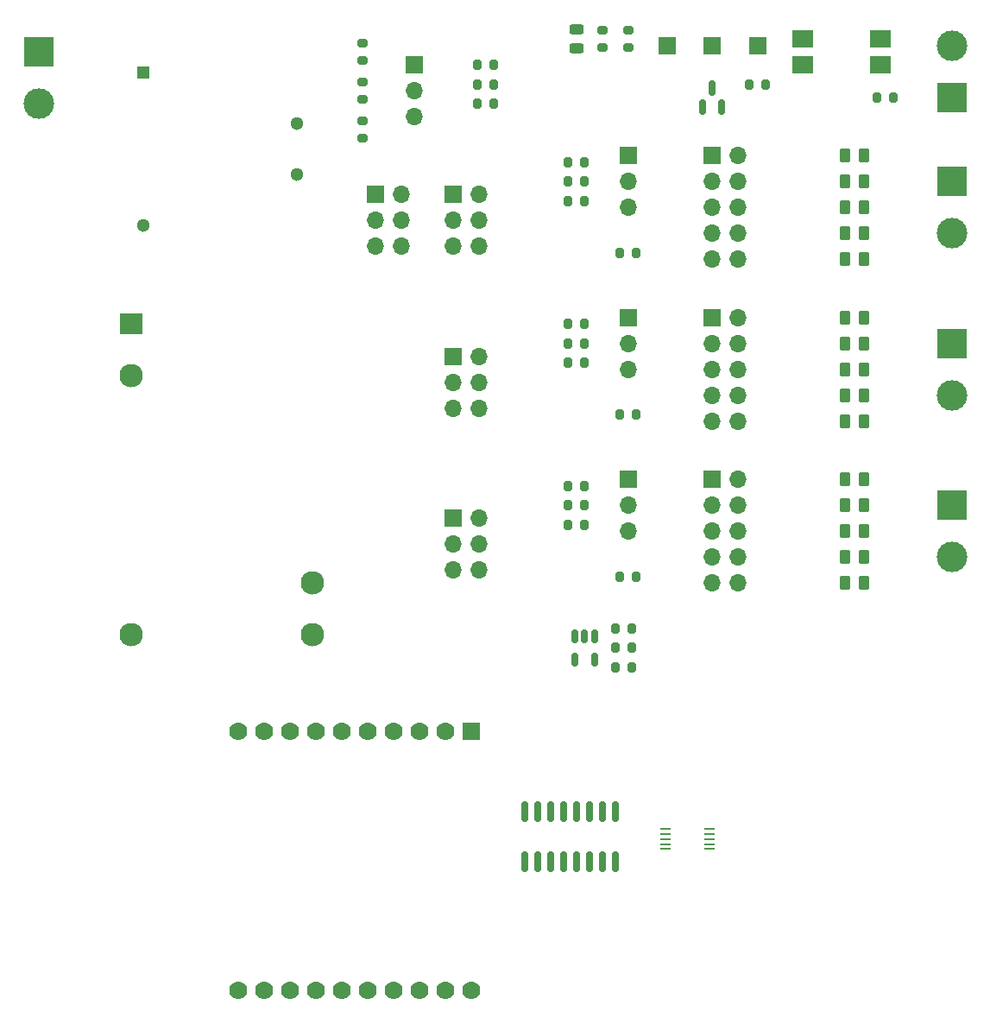
<source format=gts>
G04 #@! TF.GenerationSoftware,KiCad,Pcbnew,(6.0.0)*
G04 #@! TF.CreationDate,2022-11-23T20:41:05+01:00*
G04 #@! TF.ProjectId,prototype-3,70726f74-6f74-4797-9065-2d332e6b6963,rev?*
G04 #@! TF.SameCoordinates,Original*
G04 #@! TF.FileFunction,Soldermask,Top*
G04 #@! TF.FilePolarity,Negative*
%FSLAX46Y46*%
G04 Gerber Fmt 4.6, Leading zero omitted, Abs format (unit mm)*
G04 Created by KiCad (PCBNEW (6.0.0)) date 2022-11-23 20:41:05*
%MOMM*%
%LPD*%
G01*
G04 APERTURE LIST*
G04 Aperture macros list*
%AMRoundRect*
0 Rectangle with rounded corners*
0 $1 Rounding radius*
0 $2 $3 $4 $5 $6 $7 $8 $9 X,Y pos of 4 corners*
0 Add a 4 corners polygon primitive as box body*
4,1,4,$2,$3,$4,$5,$6,$7,$8,$9,$2,$3,0*
0 Add four circle primitives for the rounded corners*
1,1,$1+$1,$2,$3*
1,1,$1+$1,$4,$5*
1,1,$1+$1,$6,$7*
1,1,$1+$1,$8,$9*
0 Add four rect primitives between the rounded corners*
20,1,$1+$1,$2,$3,$4,$5,0*
20,1,$1+$1,$4,$5,$6,$7,0*
20,1,$1+$1,$6,$7,$8,$9,0*
20,1,$1+$1,$8,$9,$2,$3,0*%
G04 Aperture macros list end*
%ADD10R,2.000000X1.780000*%
%ADD11RoundRect,0.200000X-0.200000X-0.275000X0.200000X-0.275000X0.200000X0.275000X-0.200000X0.275000X0*%
%ADD12RoundRect,0.250000X0.262500X0.450000X-0.262500X0.450000X-0.262500X-0.450000X0.262500X-0.450000X0*%
%ADD13RoundRect,0.200000X0.200000X0.275000X-0.200000X0.275000X-0.200000X-0.275000X0.200000X-0.275000X0*%
%ADD14R,1.700000X1.700000*%
%ADD15O,1.700000X1.700000*%
%ADD16RoundRect,0.200000X-0.275000X0.200000X-0.275000X-0.200000X0.275000X-0.200000X0.275000X0.200000X0*%
%ADD17RoundRect,0.150000X-0.150000X0.825000X-0.150000X-0.825000X0.150000X-0.825000X0.150000X0.825000X0*%
%ADD18R,3.000000X3.000000*%
%ADD19C,3.000000*%
%ADD20RoundRect,0.200000X0.275000X-0.200000X0.275000X0.200000X-0.275000X0.200000X-0.275000X-0.200000X0*%
%ADD21RoundRect,0.243750X0.456250X-0.243750X0.456250X0.243750X-0.456250X0.243750X-0.456250X-0.243750X0*%
%ADD22RoundRect,0.150000X0.150000X-0.587500X0.150000X0.587500X-0.150000X0.587500X-0.150000X-0.587500X0*%
%ADD23R,1.778000X1.778000*%
%ADD24C,1.778000*%
%ADD25RoundRect,0.150000X-0.150000X0.512500X-0.150000X-0.512500X0.150000X-0.512500X0.150000X0.512500X0*%
%ADD26R,1.300000X1.300000*%
%ADD27C,1.300000*%
%ADD28R,1.100000X0.250000*%
%ADD29R,2.300000X2.000000*%
%ADD30C,2.300000*%
G04 APERTURE END LIST*
D10*
X187960000Y-55880000D03*
X187960000Y-53340000D03*
X180340000Y-53340000D03*
X180340000Y-55880000D03*
D11*
X148400000Y-55880000D03*
X150050000Y-55880000D03*
X161925000Y-111125000D03*
X163575000Y-111125000D03*
D12*
X186332500Y-106680000D03*
X184507500Y-106680000D03*
D11*
X157290000Y-67310000D03*
X158940000Y-67310000D03*
D12*
X186332500Y-80645000D03*
X184507500Y-80645000D03*
D13*
X158940000Y-65405000D03*
X157290000Y-65405000D03*
D11*
X161925000Y-114935000D03*
X163575000Y-114935000D03*
D14*
X138430000Y-68580000D03*
D15*
X140970000Y-68580000D03*
X138430000Y-71120000D03*
X140970000Y-71120000D03*
X138430000Y-73660000D03*
X140970000Y-73660000D03*
D12*
X186332500Y-104140000D03*
X184507500Y-104140000D03*
D16*
X137160000Y-53785000D03*
X137160000Y-55435000D03*
D13*
X158940000Y-69215000D03*
X157290000Y-69215000D03*
D17*
X161925000Y-129097000D03*
X160655000Y-129097000D03*
X159385000Y-129097000D03*
X158115000Y-129097000D03*
X156845000Y-129097000D03*
X155575000Y-129097000D03*
X154305000Y-129097000D03*
X153035000Y-129097000D03*
X153035000Y-134047000D03*
X154305000Y-134047000D03*
X155575000Y-134047000D03*
X156845000Y-134047000D03*
X158115000Y-134047000D03*
X159385000Y-134047000D03*
X160655000Y-134047000D03*
X161925000Y-134047000D03*
D11*
X157290000Y-83185000D03*
X158940000Y-83185000D03*
X175070000Y-57785000D03*
X176720000Y-57785000D03*
D13*
X163575000Y-113030000D03*
X161925000Y-113030000D03*
D11*
X162370000Y-90170000D03*
X164020000Y-90170000D03*
D13*
X158940000Y-81280000D03*
X157290000Y-81280000D03*
D14*
X142240000Y-55895000D03*
D15*
X142240000Y-58435000D03*
X142240000Y-60975000D03*
D18*
X194945000Y-99060000D03*
D19*
X194945000Y-104140000D03*
D20*
X160655000Y-54165000D03*
X160655000Y-52515000D03*
X137160000Y-63055000D03*
X137160000Y-61405000D03*
D12*
X186332500Y-101600000D03*
X184507500Y-101600000D03*
D13*
X158940000Y-85090000D03*
X157290000Y-85090000D03*
D11*
X162370000Y-74295000D03*
X164020000Y-74295000D03*
D12*
X186332500Y-74930000D03*
X184507500Y-74930000D03*
D13*
X158940000Y-100965000D03*
X157290000Y-100965000D03*
D14*
X171450000Y-96520000D03*
D15*
X173990000Y-96520000D03*
X171450000Y-99060000D03*
X173990000Y-99060000D03*
X171450000Y-101600000D03*
X173990000Y-101600000D03*
X171450000Y-104140000D03*
X173990000Y-104140000D03*
X171450000Y-106680000D03*
X173990000Y-106680000D03*
D12*
X186332500Y-99060000D03*
X184507500Y-99060000D03*
D14*
X146045000Y-84470000D03*
D15*
X148585000Y-84470000D03*
X146045000Y-87010000D03*
X148585000Y-87010000D03*
X146045000Y-89550000D03*
X148585000Y-89550000D03*
D12*
X186332500Y-90805000D03*
X184507500Y-90805000D03*
X186332500Y-83185000D03*
X184507500Y-83185000D03*
D21*
X158115000Y-54277500D03*
X158115000Y-52402500D03*
D14*
X146045000Y-100345000D03*
D15*
X148585000Y-100345000D03*
X146045000Y-102885000D03*
X148585000Y-102885000D03*
X146045000Y-105425000D03*
X148585000Y-105425000D03*
D14*
X163195000Y-64770000D03*
D15*
X163195000Y-67310000D03*
X163195000Y-69850000D03*
D14*
X163195000Y-96520000D03*
D15*
X163195000Y-99060000D03*
X163195000Y-101600000D03*
D22*
X170500000Y-59992500D03*
X172400000Y-59992500D03*
X171450000Y-58117500D03*
D23*
X147825000Y-121245000D03*
D24*
X145285000Y-121245000D03*
X142745000Y-121245000D03*
X140205000Y-121245000D03*
X137665000Y-121245000D03*
X135125000Y-121245000D03*
X132585000Y-121245000D03*
X130045000Y-121245000D03*
X127505000Y-121245000D03*
X124965000Y-121245000D03*
X124965000Y-146645000D03*
X127505000Y-146645000D03*
X130045000Y-146645000D03*
X132585000Y-146645000D03*
X135125000Y-146645000D03*
X137665000Y-146645000D03*
X140205000Y-146645000D03*
X142745000Y-146645000D03*
X145285000Y-146645000D03*
X147825000Y-146645000D03*
D20*
X163195000Y-54165000D03*
X163195000Y-52515000D03*
D25*
X159890000Y-111892500D03*
X158940000Y-111892500D03*
X157990000Y-111892500D03*
X157990000Y-114167500D03*
X159890000Y-114167500D03*
D26*
X115690000Y-56635000D03*
D27*
X115690000Y-71635000D03*
X130690000Y-61635000D03*
X130690000Y-66635000D03*
D13*
X189230000Y-59055000D03*
X187580000Y-59055000D03*
X150050000Y-57785000D03*
X148400000Y-57785000D03*
D11*
X162370000Y-106045000D03*
X164020000Y-106045000D03*
D14*
X171450000Y-80645000D03*
D15*
X173990000Y-80645000D03*
X171450000Y-83185000D03*
X173990000Y-83185000D03*
X171450000Y-85725000D03*
X173990000Y-85725000D03*
X171450000Y-88265000D03*
X173990000Y-88265000D03*
X171450000Y-90805000D03*
X173990000Y-90805000D03*
D11*
X148400000Y-59690000D03*
X150050000Y-59690000D03*
D28*
X171187000Y-132775511D03*
X171187000Y-132275511D03*
X171187000Y-131775511D03*
X171187000Y-131275511D03*
X171187000Y-130775511D03*
X166887000Y-130775511D03*
X166887000Y-131275511D03*
X166887000Y-131775511D03*
X166887000Y-132275511D03*
X166887000Y-132775511D03*
D12*
X186332500Y-67310000D03*
X184507500Y-67310000D03*
X186332500Y-72390000D03*
X184507500Y-72390000D03*
X186332500Y-69850000D03*
X184507500Y-69850000D03*
D11*
X157290000Y-99060000D03*
X158940000Y-99060000D03*
D14*
X175895000Y-53975000D03*
D13*
X158940000Y-97155000D03*
X157290000Y-97155000D03*
D18*
X194945000Y-83185000D03*
D19*
X194945000Y-88265000D03*
D14*
X167005000Y-53975000D03*
X171450000Y-64770000D03*
D15*
X173990000Y-64770000D03*
X171450000Y-67310000D03*
X173990000Y-67310000D03*
X171450000Y-69850000D03*
X173990000Y-69850000D03*
X171450000Y-72390000D03*
X173990000Y-72390000D03*
X171450000Y-74930000D03*
X173990000Y-74930000D03*
D14*
X163195000Y-80645000D03*
D15*
X163195000Y-83185000D03*
X163195000Y-85725000D03*
D14*
X171450000Y-53975000D03*
D18*
X194945000Y-67310000D03*
D19*
X194945000Y-72390000D03*
D12*
X186332500Y-88265000D03*
X184507500Y-88265000D03*
D14*
X146045000Y-68595000D03*
D15*
X148585000Y-68595000D03*
X146045000Y-71135000D03*
X148585000Y-71135000D03*
X146045000Y-73675000D03*
X148585000Y-73675000D03*
D18*
X194945000Y-59055000D03*
D19*
X194945000Y-53975000D03*
D12*
X186332500Y-64770000D03*
X184507500Y-64770000D03*
D16*
X137160000Y-57595000D03*
X137160000Y-59245000D03*
D12*
X186332500Y-85725000D03*
X184507500Y-85725000D03*
D29*
X114442500Y-81280000D03*
D30*
X114442500Y-86360000D03*
X114442500Y-111760000D03*
X132222500Y-111760000D03*
X132222500Y-106680000D03*
D18*
X105410000Y-54610000D03*
D19*
X105410000Y-59690000D03*
D12*
X186332500Y-96520000D03*
X184507500Y-96520000D03*
M02*

</source>
